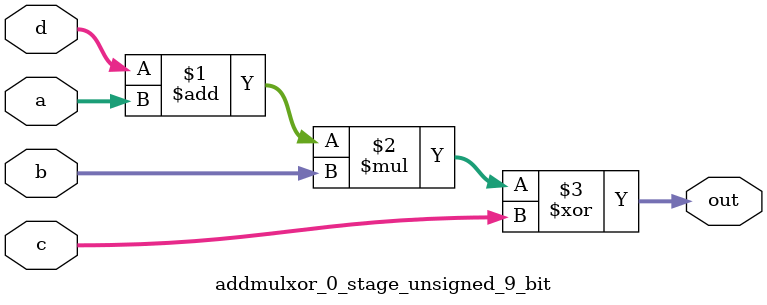
<source format=sv>
(* use_dsp = "yes" *) module addmulxor_0_stage_unsigned_9_bit(
	input  [8:0] a,
	input  [8:0] b,
	input  [8:0] c,
	input  [8:0] d,
	output [8:0] out
	);

	assign out = ((d + a) * b) ^ c;
endmodule

</source>
